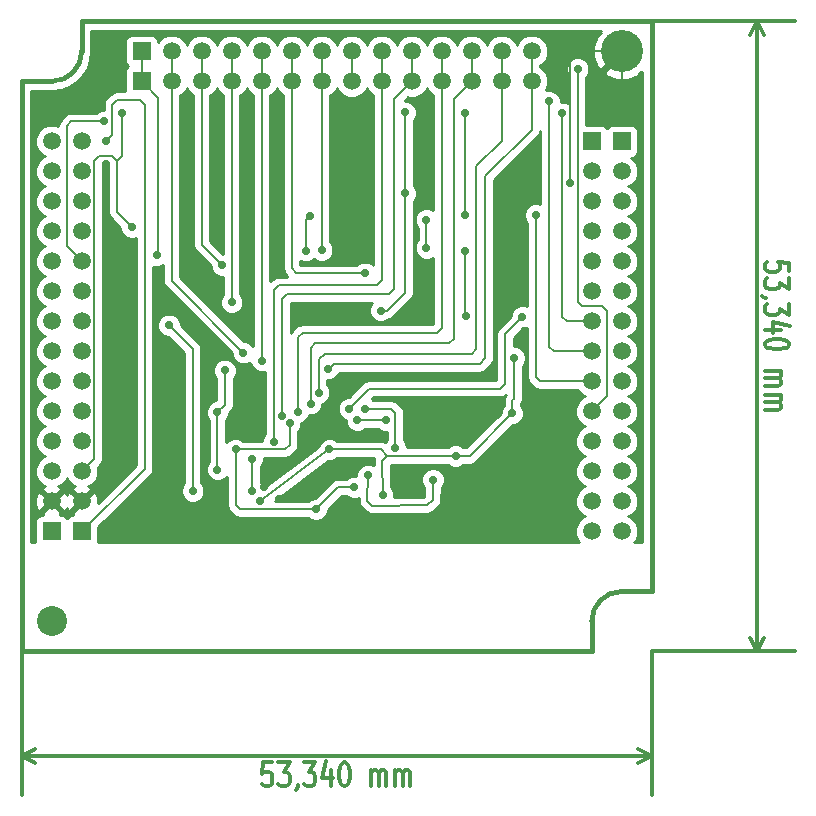
<source format=gbl>
G04 (created by PCBNEW (2013-mar-13)-testing) date Fri 28 Jun 2013 11:02:49 AM CEST*
%MOIN*%
G04 Gerber Fmt 3.4, Leading zero omitted, Abs format*
%FSLAX34Y34*%
G01*
G70*
G90*
G04 APERTURE LIST*
%ADD10C,0.005906*%
%ADD11C,0.015000*%
%ADD12C,0.012000*%
%ADD13C,0.100000*%
%ADD14C,0.140000*%
%ADD15C,0.059100*%
%ADD16R,0.059100X0.059100*%
%ADD17C,0.028000*%
%ADD18C,0.008000*%
%ADD19C,0.010000*%
G04 APERTURE END LIST*
G54D10*
G54D11*
X21000Y-19000D02*
X40000Y-19000D01*
X21000Y-19500D02*
X21000Y-19000D01*
X19000Y-21000D02*
X19500Y-21000D01*
X19000Y-40000D02*
X19000Y-21000D01*
X40000Y-19000D02*
X40000Y-38000D01*
X38000Y-40000D02*
X19000Y-40000D01*
X38000Y-39000D02*
X38000Y-40000D01*
X40000Y-38000D02*
X39000Y-38000D01*
X39000Y-38000D02*
G75*
G03X38000Y-39000I0J-1000D01*
G74*
G01*
X21000Y-19500D02*
X21000Y-20000D01*
X19500Y-21000D02*
X20000Y-21000D01*
X20000Y-21000D02*
G75*
G03X21000Y-20000I0J1000D01*
G74*
G01*
G54D12*
X27328Y-43700D02*
X27042Y-43700D01*
X27014Y-44081D01*
X27042Y-44043D01*
X27099Y-44005D01*
X27242Y-44005D01*
X27299Y-44043D01*
X27328Y-44081D01*
X27357Y-44158D01*
X27357Y-44348D01*
X27328Y-44424D01*
X27299Y-44462D01*
X27242Y-44500D01*
X27099Y-44500D01*
X27042Y-44462D01*
X27014Y-44424D01*
X27557Y-43700D02*
X27928Y-43700D01*
X27728Y-44005D01*
X27814Y-44005D01*
X27871Y-44043D01*
X27899Y-44081D01*
X27928Y-44158D01*
X27928Y-44348D01*
X27899Y-44424D01*
X27871Y-44462D01*
X27814Y-44500D01*
X27642Y-44500D01*
X27585Y-44462D01*
X27557Y-44424D01*
X28214Y-44462D02*
X28214Y-44500D01*
X28185Y-44577D01*
X28157Y-44615D01*
X28414Y-43700D02*
X28785Y-43700D01*
X28585Y-44005D01*
X28671Y-44005D01*
X28728Y-44043D01*
X28757Y-44081D01*
X28785Y-44158D01*
X28785Y-44348D01*
X28757Y-44424D01*
X28728Y-44462D01*
X28671Y-44500D01*
X28500Y-44500D01*
X28442Y-44462D01*
X28414Y-44424D01*
X29300Y-43967D02*
X29300Y-44500D01*
X29157Y-43662D02*
X29014Y-44234D01*
X29385Y-44234D01*
X29728Y-43700D02*
X29785Y-43700D01*
X29842Y-43739D01*
X29871Y-43777D01*
X29900Y-43853D01*
X29928Y-44005D01*
X29928Y-44196D01*
X29900Y-44348D01*
X29871Y-44424D01*
X29842Y-44462D01*
X29785Y-44500D01*
X29728Y-44500D01*
X29671Y-44462D01*
X29642Y-44424D01*
X29614Y-44348D01*
X29585Y-44196D01*
X29585Y-44005D01*
X29614Y-43853D01*
X29642Y-43777D01*
X29671Y-43739D01*
X29728Y-43700D01*
X30642Y-44500D02*
X30642Y-43967D01*
X30642Y-44043D02*
X30671Y-44005D01*
X30728Y-43967D01*
X30814Y-43967D01*
X30871Y-44005D01*
X30900Y-44081D01*
X30900Y-44500D01*
X30900Y-44081D02*
X30928Y-44005D01*
X30985Y-43967D01*
X31071Y-43967D01*
X31128Y-44005D01*
X31157Y-44081D01*
X31157Y-44500D01*
X31442Y-44500D02*
X31442Y-43967D01*
X31442Y-44043D02*
X31471Y-44005D01*
X31528Y-43967D01*
X31614Y-43967D01*
X31671Y-44005D01*
X31700Y-44081D01*
X31700Y-44500D01*
X31700Y-44081D02*
X31728Y-44005D01*
X31785Y-43967D01*
X31871Y-43967D01*
X31928Y-44005D01*
X31957Y-44081D01*
X31957Y-44500D01*
X19000Y-43499D02*
X40000Y-43499D01*
X19000Y-40000D02*
X19000Y-44779D01*
X40000Y-40000D02*
X40000Y-44779D01*
X40000Y-43499D02*
X39557Y-43729D01*
X40000Y-43499D02*
X39557Y-43269D01*
X19000Y-43499D02*
X19443Y-43729D01*
X19000Y-43499D02*
X19443Y-43269D01*
X44577Y-27328D02*
X44577Y-27042D01*
X44196Y-27014D01*
X44234Y-27042D01*
X44272Y-27099D01*
X44272Y-27242D01*
X44234Y-27299D01*
X44196Y-27328D01*
X44119Y-27357D01*
X43929Y-27357D01*
X43853Y-27328D01*
X43815Y-27299D01*
X43777Y-27242D01*
X43777Y-27099D01*
X43815Y-27042D01*
X43853Y-27014D01*
X44577Y-27557D02*
X44577Y-27928D01*
X44272Y-27728D01*
X44272Y-27814D01*
X44234Y-27871D01*
X44196Y-27899D01*
X44119Y-27928D01*
X43929Y-27928D01*
X43853Y-27899D01*
X43815Y-27871D01*
X43777Y-27814D01*
X43777Y-27642D01*
X43815Y-27585D01*
X43853Y-27557D01*
X43815Y-28214D02*
X43777Y-28214D01*
X43700Y-28185D01*
X43662Y-28157D01*
X44577Y-28414D02*
X44577Y-28785D01*
X44272Y-28585D01*
X44272Y-28671D01*
X44234Y-28728D01*
X44196Y-28757D01*
X44119Y-28785D01*
X43929Y-28785D01*
X43853Y-28757D01*
X43815Y-28728D01*
X43777Y-28671D01*
X43777Y-28500D01*
X43815Y-28442D01*
X43853Y-28414D01*
X44310Y-29300D02*
X43777Y-29300D01*
X44615Y-29157D02*
X44043Y-29014D01*
X44043Y-29385D01*
X44577Y-29728D02*
X44577Y-29785D01*
X44539Y-29842D01*
X44500Y-29871D01*
X44424Y-29900D01*
X44272Y-29928D01*
X44081Y-29928D01*
X43929Y-29900D01*
X43853Y-29871D01*
X43815Y-29842D01*
X43777Y-29785D01*
X43777Y-29728D01*
X43815Y-29671D01*
X43853Y-29642D01*
X43929Y-29614D01*
X44081Y-29585D01*
X44272Y-29585D01*
X44424Y-29614D01*
X44500Y-29642D01*
X44539Y-29671D01*
X44577Y-29728D01*
X43777Y-30642D02*
X44310Y-30642D01*
X44234Y-30642D02*
X44272Y-30671D01*
X44310Y-30728D01*
X44310Y-30814D01*
X44272Y-30871D01*
X44196Y-30900D01*
X43777Y-30900D01*
X44196Y-30900D02*
X44272Y-30928D01*
X44310Y-30985D01*
X44310Y-31071D01*
X44272Y-31128D01*
X44196Y-31157D01*
X43777Y-31157D01*
X43777Y-31442D02*
X44310Y-31442D01*
X44234Y-31442D02*
X44272Y-31471D01*
X44310Y-31528D01*
X44310Y-31614D01*
X44272Y-31671D01*
X44196Y-31700D01*
X43777Y-31700D01*
X44196Y-31700D02*
X44272Y-31728D01*
X44310Y-31785D01*
X44310Y-31871D01*
X44272Y-31928D01*
X44196Y-31957D01*
X43777Y-31957D01*
X43499Y-19000D02*
X43499Y-40000D01*
X40000Y-19000D02*
X44779Y-19000D01*
X40000Y-40000D02*
X44779Y-40000D01*
X43499Y-40000D02*
X43269Y-39557D01*
X43499Y-40000D02*
X43729Y-39557D01*
X43499Y-19000D02*
X43269Y-19443D01*
X43499Y-19000D02*
X43729Y-19443D01*
G54D13*
X20000Y-39000D03*
G54D14*
X39000Y-20000D03*
G54D15*
X36000Y-21000D03*
X35000Y-21000D03*
X34000Y-21000D03*
X33000Y-21000D03*
X32000Y-21000D03*
X31000Y-21000D03*
X30000Y-21000D03*
X29000Y-21000D03*
X28000Y-21000D03*
X27000Y-21000D03*
X26000Y-21000D03*
X25000Y-21000D03*
X24000Y-21000D03*
G54D16*
X23000Y-21000D03*
X23000Y-20000D03*
G54D15*
X24000Y-20000D03*
X25000Y-20000D03*
X26000Y-20000D03*
X27000Y-20000D03*
X28000Y-20000D03*
X29000Y-20000D03*
X30000Y-20000D03*
X31000Y-20000D03*
X32000Y-20000D03*
X33000Y-20000D03*
X34000Y-20000D03*
X35000Y-20000D03*
X36000Y-20000D03*
X21000Y-23000D03*
X21000Y-24000D03*
X21000Y-25000D03*
X21000Y-26000D03*
X21000Y-27000D03*
X21000Y-28000D03*
X21000Y-29000D03*
X21000Y-30000D03*
X21000Y-31000D03*
X21000Y-32000D03*
X21000Y-33000D03*
X21000Y-34000D03*
X21000Y-35000D03*
G54D16*
X21000Y-36000D03*
X20000Y-36000D03*
G54D15*
X20000Y-35000D03*
X20000Y-34000D03*
X20000Y-33000D03*
X20000Y-32000D03*
X20000Y-31000D03*
X20000Y-30000D03*
X20000Y-29000D03*
X20000Y-28000D03*
X20000Y-27000D03*
X20000Y-26000D03*
X20000Y-25000D03*
X20000Y-24000D03*
X20000Y-23000D03*
X38000Y-36000D03*
X38000Y-35000D03*
X38000Y-34000D03*
X38000Y-33000D03*
X38000Y-32000D03*
X38000Y-31000D03*
X38000Y-30000D03*
X38000Y-29000D03*
X38000Y-28000D03*
X38000Y-27000D03*
X38000Y-26000D03*
X38000Y-25000D03*
X38000Y-24000D03*
G54D16*
X38000Y-23000D03*
X39000Y-23000D03*
G54D15*
X39000Y-24000D03*
X39000Y-25000D03*
X39000Y-26000D03*
X39000Y-27000D03*
X39000Y-28000D03*
X39000Y-29000D03*
X39000Y-30000D03*
X39000Y-31000D03*
X39000Y-32000D03*
X39000Y-33000D03*
X39000Y-34000D03*
X39000Y-35000D03*
X39000Y-36000D03*
G54D17*
X30970Y-28640D03*
X31771Y-24737D03*
X31771Y-22033D03*
X21808Y-22990D03*
X22673Y-25869D03*
X22329Y-22070D03*
X27000Y-30306D03*
X29260Y-33270D03*
X26950Y-35000D03*
X33464Y-33481D03*
X35354Y-32067D03*
X35417Y-30217D03*
X31030Y-34780D03*
X27415Y-33009D03*
X27675Y-32149D03*
X28204Y-32007D03*
X28632Y-31747D03*
X28900Y-31375D03*
X29200Y-30575D03*
X23500Y-26800D03*
X28490Y-26640D03*
X28600Y-25500D03*
X32490Y-25610D03*
X32490Y-26550D03*
X33790Y-26640D03*
X33800Y-28830D03*
X35688Y-28847D03*
X29924Y-31907D03*
X26391Y-30045D03*
X29000Y-26622D03*
X30444Y-27395D03*
X30444Y-31907D03*
X31459Y-33221D03*
X25691Y-27135D03*
X31137Y-32285D03*
X30184Y-32285D03*
X26000Y-28365D03*
X39000Y-21260D03*
X32050Y-31750D03*
X34525Y-31775D03*
X34625Y-33950D03*
X36950Y-35825D03*
X34600Y-35825D03*
X32125Y-35825D03*
X26525Y-35850D03*
X24325Y-35825D03*
X22175Y-35825D03*
X27590Y-34920D03*
X27090Y-34520D03*
X22290Y-33320D03*
X22290Y-30120D03*
X22280Y-27160D03*
X32310Y-24560D03*
X30050Y-26070D03*
X29730Y-23400D03*
X24470Y-25860D03*
X25490Y-25820D03*
X27460Y-23700D03*
X27520Y-25780D03*
X34845Y-26008D03*
X34845Y-24786D03*
X21808Y-23740D03*
X37271Y-24390D03*
X21808Y-25604D03*
X37011Y-22065D03*
X36571Y-21670D03*
X36131Y-25456D03*
X33765Y-25456D03*
X33765Y-22065D03*
X28812Y-35270D03*
X30084Y-34532D03*
X26131Y-33270D03*
X27935Y-32403D03*
X32712Y-34272D03*
X30532Y-34136D03*
X25526Y-32027D03*
X25771Y-30629D03*
X25526Y-33938D03*
X26675Y-33575D03*
X26675Y-34650D03*
X24701Y-34649D03*
X23913Y-29133D03*
X21758Y-22330D03*
X37531Y-20584D03*
G54D18*
X31771Y-24737D02*
X31771Y-28048D01*
X31180Y-28640D02*
X30970Y-28640D01*
X31771Y-28048D02*
X31180Y-28640D01*
X31771Y-24737D02*
X31771Y-22033D01*
X22018Y-22780D02*
X21808Y-22990D01*
X22018Y-21772D02*
X22018Y-22780D01*
X22179Y-21612D02*
X22018Y-21772D01*
X22934Y-21612D02*
X22179Y-21612D01*
X23094Y-21772D02*
X22934Y-21612D01*
X23094Y-33905D02*
X23094Y-21772D01*
X21000Y-36000D02*
X23094Y-33905D01*
X21415Y-32584D02*
X21415Y-33584D01*
X21415Y-32584D02*
X21415Y-23640D01*
X21415Y-23640D02*
X21575Y-23480D01*
X21575Y-23480D02*
X22008Y-23480D01*
X22169Y-23640D02*
X22008Y-23480D01*
X21415Y-33584D02*
X21000Y-34000D01*
X22329Y-23480D02*
X22329Y-22070D01*
X22169Y-23640D02*
X22329Y-23480D01*
X22169Y-25364D02*
X22169Y-23640D01*
X22673Y-25869D02*
X22169Y-25364D01*
X27000Y-21000D02*
X27000Y-20000D01*
X27000Y-21000D02*
X27000Y-30306D01*
X29260Y-33270D02*
X29250Y-33270D01*
X26950Y-35000D02*
X29250Y-33270D01*
X31025Y-33641D02*
X31030Y-34780D01*
X31185Y-33481D02*
X31025Y-33641D01*
X33464Y-33481D02*
X31185Y-33481D01*
X35417Y-31573D02*
X35417Y-30217D01*
X35354Y-31636D02*
X35417Y-31573D01*
X35354Y-32067D02*
X35354Y-31636D01*
X30973Y-33270D02*
X31185Y-33481D01*
X29260Y-33270D02*
X30973Y-33270D01*
X33940Y-33481D02*
X35354Y-32067D01*
X33464Y-33481D02*
X33940Y-33481D01*
X31000Y-21000D02*
X31000Y-20000D01*
X27415Y-27954D02*
X27415Y-33009D01*
X27575Y-27794D02*
X27415Y-27954D01*
X30839Y-27794D02*
X27575Y-27794D01*
X31000Y-27634D02*
X30839Y-27794D01*
X31000Y-21000D02*
X31000Y-27634D01*
X32000Y-21000D02*
X32000Y-20000D01*
X27675Y-28253D02*
X27675Y-32149D01*
X27835Y-28093D02*
X27675Y-28253D01*
X31255Y-28093D02*
X27835Y-28093D01*
X31415Y-27933D02*
X31255Y-28093D01*
X31415Y-21584D02*
X31415Y-27933D01*
X32000Y-21000D02*
X31415Y-21584D01*
X33000Y-21000D02*
X33000Y-20000D01*
X28204Y-29532D02*
X28204Y-32007D01*
X28364Y-29372D02*
X28204Y-29532D01*
X32839Y-29372D02*
X28364Y-29372D01*
X33000Y-29212D02*
X32839Y-29372D01*
X33000Y-21000D02*
X33000Y-29212D01*
X34000Y-21000D02*
X34000Y-20000D01*
X28632Y-29891D02*
X28632Y-31747D01*
X28792Y-29731D02*
X28632Y-29891D01*
X33255Y-29731D02*
X28792Y-29731D01*
X33415Y-29571D02*
X33255Y-29731D01*
X33415Y-21584D02*
X33415Y-29571D01*
X34000Y-21000D02*
X33415Y-21584D01*
X35000Y-21000D02*
X35000Y-20000D01*
X28900Y-30250D02*
X28900Y-31375D01*
X29100Y-30075D02*
X28900Y-30250D01*
X33998Y-30075D02*
X29100Y-30075D01*
X34158Y-29914D02*
X33998Y-30075D01*
X34158Y-23836D02*
X34158Y-29914D01*
X35000Y-22994D02*
X34158Y-23836D01*
X35000Y-21000D02*
X35000Y-22994D01*
X29400Y-30425D02*
X29200Y-30575D01*
X36000Y-21000D02*
X36000Y-20000D01*
X34275Y-30425D02*
X29400Y-30425D01*
X34450Y-30225D02*
X34275Y-30425D01*
X34451Y-24156D02*
X34450Y-30225D01*
X36000Y-22608D02*
X34451Y-24156D01*
X36000Y-21000D02*
X36000Y-22608D01*
X23540Y-21540D02*
X23000Y-21000D01*
X23540Y-26760D02*
X23540Y-21540D01*
X23500Y-26800D02*
X23540Y-26760D01*
X28490Y-25610D02*
X28490Y-26640D01*
X28600Y-25500D02*
X28490Y-25610D01*
X32490Y-26550D02*
X32490Y-25610D01*
X33790Y-28820D02*
X33790Y-26640D01*
X33800Y-28830D02*
X33790Y-28820D01*
X23000Y-21000D02*
X23000Y-20000D01*
X30590Y-31241D02*
X29924Y-31907D01*
X34945Y-31241D02*
X30590Y-31241D01*
X35105Y-31081D02*
X34945Y-31241D01*
X35105Y-29430D02*
X35105Y-31081D01*
X35688Y-28847D02*
X35105Y-29430D01*
X24000Y-21000D02*
X24000Y-20000D01*
X24000Y-27654D02*
X26391Y-30045D01*
X24000Y-21000D02*
X24000Y-27654D01*
X29000Y-21000D02*
X29000Y-20000D01*
X29000Y-21000D02*
X29000Y-26622D01*
X28000Y-21000D02*
X28000Y-20000D01*
X28160Y-27395D02*
X30444Y-27395D01*
X28000Y-27235D02*
X28160Y-27395D01*
X28000Y-21000D02*
X28000Y-27235D01*
X31459Y-32067D02*
X31459Y-33221D01*
X31299Y-31907D02*
X31459Y-32067D01*
X30444Y-31907D02*
X31299Y-31907D01*
X25000Y-21000D02*
X25000Y-20000D01*
X25000Y-26443D02*
X25691Y-27135D01*
X25000Y-21000D02*
X25000Y-26443D01*
X26000Y-21000D02*
X26000Y-20000D01*
X31137Y-32285D02*
X30184Y-32285D01*
X26000Y-21000D02*
X26000Y-28365D01*
X30000Y-20000D02*
X30000Y-21000D01*
X39000Y-20000D02*
X39000Y-21260D01*
X21000Y-35000D02*
X21808Y-34191D01*
X34600Y-35825D02*
X34600Y-33975D01*
X34500Y-31750D02*
X32050Y-31750D01*
X34525Y-31775D02*
X34500Y-31750D01*
X34600Y-33975D02*
X34625Y-33950D01*
X34600Y-35825D02*
X36950Y-35825D01*
X26550Y-35825D02*
X32125Y-35825D01*
X26525Y-35850D02*
X26550Y-35825D01*
X22175Y-35825D02*
X24325Y-35825D01*
X34845Y-26008D02*
X34845Y-30504D01*
X27600Y-34910D02*
X27600Y-34900D01*
X27590Y-34920D02*
X27600Y-34910D01*
X27090Y-34450D02*
X27090Y-34520D01*
X28530Y-33010D02*
X27090Y-34450D01*
X28530Y-32650D02*
X28530Y-33010D01*
X30310Y-30870D02*
X28530Y-32650D01*
X34480Y-30870D02*
X30310Y-30870D01*
X34845Y-30504D02*
X34480Y-30870D01*
X21808Y-26820D02*
X21940Y-26820D01*
X22290Y-30120D02*
X22290Y-33320D01*
X21940Y-26820D02*
X22280Y-27160D01*
X29720Y-23410D02*
X29710Y-23410D01*
X29730Y-23400D02*
X29720Y-23410D01*
X27460Y-25720D02*
X27460Y-23700D01*
X27520Y-25780D02*
X27460Y-25720D01*
X34845Y-26008D02*
X34845Y-24786D01*
X37431Y-20000D02*
X39000Y-20000D01*
X37271Y-20160D02*
X37431Y-20000D01*
X37271Y-24390D02*
X37271Y-20160D01*
X21808Y-23740D02*
X21808Y-25604D01*
X21808Y-34191D02*
X21808Y-26820D01*
X21808Y-26820D02*
X21808Y-25604D01*
X37011Y-28839D02*
X37011Y-22065D01*
X37171Y-29000D02*
X37011Y-28839D01*
X38000Y-29000D02*
X37171Y-29000D01*
X36571Y-29839D02*
X36571Y-21670D01*
X36731Y-30000D02*
X36571Y-29839D01*
X38000Y-30000D02*
X36731Y-30000D01*
X36131Y-30839D02*
X36131Y-25456D01*
X36291Y-31000D02*
X36131Y-30839D01*
X38000Y-31000D02*
X36291Y-31000D01*
X33765Y-25456D02*
X33765Y-22065D01*
X26131Y-35110D02*
X26131Y-33270D01*
X26291Y-35270D02*
X26131Y-35110D01*
X28812Y-35270D02*
X26291Y-35270D01*
X27935Y-33109D02*
X27935Y-32403D01*
X27775Y-33270D02*
X27935Y-33109D01*
X26131Y-33270D02*
X27775Y-33270D01*
X29550Y-34532D02*
X30084Y-34532D01*
X28812Y-35270D02*
X29550Y-34532D01*
X32712Y-34272D02*
X32700Y-34960D01*
X32700Y-34960D02*
X32520Y-35130D01*
X32520Y-35130D02*
X30690Y-35140D01*
X30690Y-35140D02*
X30520Y-34990D01*
X30520Y-34990D02*
X30532Y-34136D01*
X25771Y-31782D02*
X25771Y-30629D01*
X25526Y-32027D02*
X25771Y-31782D01*
X25526Y-32027D02*
X25526Y-33938D01*
X26675Y-33575D02*
X26675Y-34650D01*
X24701Y-29922D02*
X23913Y-29133D01*
X24701Y-34649D02*
X24701Y-29922D01*
X20660Y-22330D02*
X21758Y-22330D01*
X20500Y-22490D02*
X20660Y-22330D01*
X20500Y-26500D02*
X20500Y-22490D01*
X21000Y-27000D02*
X20500Y-26500D01*
X38500Y-28660D02*
X38339Y-28500D01*
X38500Y-31500D02*
X38500Y-28660D01*
X38000Y-32000D02*
X38500Y-31500D01*
X37531Y-28339D02*
X37531Y-20584D01*
X37691Y-28500D02*
X37531Y-28339D01*
X38339Y-28500D02*
X37691Y-28500D01*
G54D10*
G36*
X25710Y-26743D02*
X25290Y-26323D01*
X25290Y-21470D01*
X25308Y-21462D01*
X25462Y-21309D01*
X25499Y-21218D01*
X25537Y-21308D01*
X25690Y-21462D01*
X25710Y-21470D01*
X25710Y-26743D01*
X25710Y-26743D01*
G37*
G54D19*
X25710Y-26743D02*
X25290Y-26323D01*
X25290Y-21470D01*
X25308Y-21462D01*
X25462Y-21309D01*
X25499Y-21218D01*
X25537Y-21308D01*
X25690Y-21462D01*
X25710Y-21470D01*
X25710Y-26743D01*
G54D10*
G36*
X26710Y-29812D02*
X26612Y-29715D01*
X26469Y-29656D01*
X26411Y-29656D01*
X24290Y-27534D01*
X24290Y-21470D01*
X24308Y-21462D01*
X24462Y-21309D01*
X24499Y-21218D01*
X24537Y-21308D01*
X24690Y-21462D01*
X24710Y-21470D01*
X24710Y-26443D01*
X24732Y-26554D01*
X24794Y-26648D01*
X25301Y-27155D01*
X25301Y-27212D01*
X25360Y-27355D01*
X25470Y-27465D01*
X25613Y-27525D01*
X25710Y-27525D01*
X25710Y-28103D01*
X25669Y-28143D01*
X25610Y-28287D01*
X25609Y-28442D01*
X25669Y-28585D01*
X25778Y-28695D01*
X25922Y-28755D01*
X26077Y-28755D01*
X26220Y-28695D01*
X26330Y-28586D01*
X26389Y-28443D01*
X26390Y-28287D01*
X26330Y-28144D01*
X26290Y-28103D01*
X26290Y-21470D01*
X26308Y-21462D01*
X26462Y-21309D01*
X26499Y-21218D01*
X26537Y-21308D01*
X26690Y-21462D01*
X26710Y-21470D01*
X26710Y-29812D01*
X26710Y-29812D01*
G37*
G54D19*
X26710Y-29812D02*
X26612Y-29715D01*
X26469Y-29656D01*
X26411Y-29656D01*
X24290Y-27534D01*
X24290Y-21470D01*
X24308Y-21462D01*
X24462Y-21309D01*
X24499Y-21218D01*
X24537Y-21308D01*
X24690Y-21462D01*
X24710Y-21470D01*
X24710Y-26443D01*
X24732Y-26554D01*
X24794Y-26648D01*
X25301Y-27155D01*
X25301Y-27212D01*
X25360Y-27355D01*
X25470Y-27465D01*
X25613Y-27525D01*
X25710Y-27525D01*
X25710Y-28103D01*
X25669Y-28143D01*
X25610Y-28287D01*
X25609Y-28442D01*
X25669Y-28585D01*
X25778Y-28695D01*
X25922Y-28755D01*
X26077Y-28755D01*
X26220Y-28695D01*
X26330Y-28586D01*
X26389Y-28443D01*
X26390Y-28287D01*
X26330Y-28144D01*
X26290Y-28103D01*
X26290Y-21470D01*
X26308Y-21462D01*
X26462Y-21309D01*
X26499Y-21218D01*
X26537Y-21308D01*
X26690Y-21462D01*
X26710Y-21470D01*
X26710Y-29812D01*
G54D10*
G36*
X27859Y-27504D02*
X27575Y-27504D01*
X27464Y-27526D01*
X27370Y-27589D01*
X27290Y-27669D01*
X27290Y-21470D01*
X27308Y-21462D01*
X27462Y-21309D01*
X27499Y-21218D01*
X27537Y-21308D01*
X27690Y-21462D01*
X27710Y-21470D01*
X27710Y-27235D01*
X27732Y-27346D01*
X27794Y-27440D01*
X27859Y-27504D01*
X27859Y-27504D01*
G37*
G54D19*
X27859Y-27504D02*
X27575Y-27504D01*
X27464Y-27526D01*
X27370Y-27589D01*
X27290Y-27669D01*
X27290Y-21470D01*
X27308Y-21462D01*
X27462Y-21309D01*
X27499Y-21218D01*
X27537Y-21308D01*
X27690Y-21462D01*
X27710Y-21470D01*
X27710Y-27235D01*
X27732Y-27346D01*
X27794Y-27440D01*
X27859Y-27504D01*
G54D10*
G36*
X30710Y-27109D02*
X30665Y-27064D01*
X30522Y-27005D01*
X30366Y-27005D01*
X30223Y-27064D01*
X30182Y-27105D01*
X28290Y-27105D01*
X28290Y-26979D01*
X28412Y-27029D01*
X28567Y-27030D01*
X28710Y-26970D01*
X28753Y-26927D01*
X28778Y-26953D01*
X28922Y-27012D01*
X29077Y-27012D01*
X29220Y-26953D01*
X29330Y-26844D01*
X29389Y-26700D01*
X29390Y-26545D01*
X29330Y-26402D01*
X29290Y-26361D01*
X29290Y-21470D01*
X29308Y-21462D01*
X29462Y-21309D01*
X29499Y-21218D01*
X29537Y-21308D01*
X29690Y-21462D01*
X29891Y-21545D01*
X30108Y-21545D01*
X30308Y-21462D01*
X30462Y-21309D01*
X30499Y-21218D01*
X30537Y-21308D01*
X30690Y-21462D01*
X30710Y-21470D01*
X30710Y-27109D01*
X30710Y-27109D01*
G37*
G54D19*
X30710Y-27109D02*
X30665Y-27064D01*
X30522Y-27005D01*
X30366Y-27005D01*
X30223Y-27064D01*
X30182Y-27105D01*
X28290Y-27105D01*
X28290Y-26979D01*
X28412Y-27029D01*
X28567Y-27030D01*
X28710Y-26970D01*
X28753Y-26927D01*
X28778Y-26953D01*
X28922Y-27012D01*
X29077Y-27012D01*
X29220Y-26953D01*
X29330Y-26844D01*
X29389Y-26700D01*
X29390Y-26545D01*
X29330Y-26402D01*
X29290Y-26361D01*
X29290Y-21470D01*
X29308Y-21462D01*
X29462Y-21309D01*
X29499Y-21218D01*
X29537Y-21308D01*
X29690Y-21462D01*
X29891Y-21545D01*
X30108Y-21545D01*
X30308Y-21462D01*
X30462Y-21309D01*
X30499Y-21218D01*
X30537Y-21308D01*
X30690Y-21462D01*
X30710Y-21470D01*
X30710Y-27109D01*
G54D10*
G36*
X30751Y-33560D02*
X30745Y-33587D01*
X30735Y-33641D01*
X30735Y-33642D01*
X30735Y-33643D01*
X30735Y-33798D01*
X30609Y-33746D01*
X30454Y-33745D01*
X30311Y-33805D01*
X30201Y-33914D01*
X30142Y-34058D01*
X30142Y-34142D01*
X30006Y-34141D01*
X29863Y-34201D01*
X29822Y-34242D01*
X29550Y-34242D01*
X29439Y-34264D01*
X29345Y-34326D01*
X28792Y-34880D01*
X28735Y-34879D01*
X28592Y-34939D01*
X28551Y-34980D01*
X27458Y-34980D01*
X29213Y-33659D01*
X29337Y-33660D01*
X29480Y-33600D01*
X29521Y-33560D01*
X30751Y-33560D01*
X30751Y-33560D01*
G37*
G54D19*
X30751Y-33560D02*
X30745Y-33587D01*
X30735Y-33641D01*
X30735Y-33642D01*
X30735Y-33643D01*
X30735Y-33798D01*
X30609Y-33746D01*
X30454Y-33745D01*
X30311Y-33805D01*
X30201Y-33914D01*
X30142Y-34058D01*
X30142Y-34142D01*
X30006Y-34141D01*
X29863Y-34201D01*
X29822Y-34242D01*
X29550Y-34242D01*
X29439Y-34264D01*
X29345Y-34326D01*
X28792Y-34880D01*
X28735Y-34879D01*
X28592Y-34939D01*
X28551Y-34980D01*
X27458Y-34980D01*
X29213Y-33659D01*
X29337Y-33660D01*
X29480Y-33600D01*
X29521Y-33560D01*
X30751Y-33560D01*
G54D10*
G36*
X32710Y-29082D02*
X28364Y-29082D01*
X28253Y-29104D01*
X28159Y-29167D01*
X27999Y-29327D01*
X27965Y-29377D01*
X27965Y-28383D01*
X30675Y-28383D01*
X30639Y-28418D01*
X30580Y-28562D01*
X30579Y-28717D01*
X30639Y-28860D01*
X30748Y-28970D01*
X30892Y-29029D01*
X31047Y-29030D01*
X31190Y-28970D01*
X31244Y-28917D01*
X31290Y-28907D01*
X31385Y-28845D01*
X31976Y-28253D01*
X32039Y-28159D01*
X32039Y-28159D01*
X32061Y-28048D01*
X32061Y-24999D01*
X32101Y-24959D01*
X32161Y-24815D01*
X32161Y-24660D01*
X32102Y-24517D01*
X32061Y-24476D01*
X32061Y-22294D01*
X32101Y-22254D01*
X32161Y-22111D01*
X32161Y-21956D01*
X32102Y-21812D01*
X31992Y-21702D01*
X31849Y-21643D01*
X31766Y-21643D01*
X31872Y-21537D01*
X31891Y-21545D01*
X32108Y-21545D01*
X32308Y-21462D01*
X32462Y-21309D01*
X32499Y-21218D01*
X32537Y-21308D01*
X32690Y-21462D01*
X32710Y-21470D01*
X32710Y-25279D01*
X32567Y-25220D01*
X32412Y-25219D01*
X32269Y-25279D01*
X32159Y-25388D01*
X32100Y-25532D01*
X32099Y-25687D01*
X32159Y-25830D01*
X32200Y-25871D01*
X32200Y-26288D01*
X32159Y-26328D01*
X32100Y-26472D01*
X32099Y-26627D01*
X32159Y-26770D01*
X32268Y-26880D01*
X32412Y-26939D01*
X32567Y-26940D01*
X32710Y-26881D01*
X32710Y-29082D01*
X32710Y-29082D01*
G37*
G54D19*
X32710Y-29082D02*
X28364Y-29082D01*
X28253Y-29104D01*
X28159Y-29167D01*
X27999Y-29327D01*
X27965Y-29377D01*
X27965Y-28383D01*
X30675Y-28383D01*
X30639Y-28418D01*
X30580Y-28562D01*
X30579Y-28717D01*
X30639Y-28860D01*
X30748Y-28970D01*
X30892Y-29029D01*
X31047Y-29030D01*
X31190Y-28970D01*
X31244Y-28917D01*
X31290Y-28907D01*
X31385Y-28845D01*
X31976Y-28253D01*
X32039Y-28159D01*
X32039Y-28159D01*
X32061Y-28048D01*
X32061Y-24999D01*
X32101Y-24959D01*
X32161Y-24815D01*
X32161Y-24660D01*
X32102Y-24517D01*
X32061Y-24476D01*
X32061Y-22294D01*
X32101Y-22254D01*
X32161Y-22111D01*
X32161Y-21956D01*
X32102Y-21812D01*
X31992Y-21702D01*
X31849Y-21643D01*
X31766Y-21643D01*
X31872Y-21537D01*
X31891Y-21545D01*
X32108Y-21545D01*
X32308Y-21462D01*
X32462Y-21309D01*
X32499Y-21218D01*
X32537Y-21308D01*
X32690Y-21462D01*
X32710Y-21470D01*
X32710Y-25279D01*
X32567Y-25220D01*
X32412Y-25219D01*
X32269Y-25279D01*
X32159Y-25388D01*
X32100Y-25532D01*
X32099Y-25687D01*
X32159Y-25830D01*
X32200Y-25871D01*
X32200Y-26288D01*
X32159Y-26328D01*
X32100Y-26472D01*
X32099Y-26627D01*
X32159Y-26770D01*
X32268Y-26880D01*
X32412Y-26939D01*
X32567Y-26940D01*
X32710Y-26881D01*
X32710Y-29082D01*
G54D10*
G36*
X35127Y-31463D02*
X35086Y-31525D01*
X35064Y-31636D01*
X35064Y-31806D01*
X35023Y-31846D01*
X34964Y-31989D01*
X34964Y-32047D01*
X33819Y-33191D01*
X33726Y-33191D01*
X33685Y-33151D01*
X33542Y-33091D01*
X33387Y-33091D01*
X33243Y-33151D01*
X33203Y-33191D01*
X31849Y-33191D01*
X31849Y-33144D01*
X31790Y-33001D01*
X31749Y-32960D01*
X31749Y-32067D01*
X31727Y-31957D01*
X31727Y-31957D01*
X31664Y-31862D01*
X31504Y-31702D01*
X31410Y-31640D01*
X31299Y-31617D01*
X30705Y-31617D01*
X30665Y-31577D01*
X30664Y-31577D01*
X30710Y-31531D01*
X34945Y-31531D01*
X35056Y-31509D01*
X35127Y-31462D01*
X35127Y-31463D01*
X35127Y-31463D01*
G37*
G54D19*
X35127Y-31463D02*
X35086Y-31525D01*
X35064Y-31636D01*
X35064Y-31806D01*
X35023Y-31846D01*
X34964Y-31989D01*
X34964Y-32047D01*
X33819Y-33191D01*
X33726Y-33191D01*
X33685Y-33151D01*
X33542Y-33091D01*
X33387Y-33091D01*
X33243Y-33151D01*
X33203Y-33191D01*
X31849Y-33191D01*
X31849Y-33144D01*
X31790Y-33001D01*
X31749Y-32960D01*
X31749Y-32067D01*
X31727Y-31957D01*
X31727Y-31957D01*
X31664Y-31862D01*
X31504Y-31702D01*
X31410Y-31640D01*
X31299Y-31617D01*
X30705Y-31617D01*
X30665Y-31577D01*
X30664Y-31577D01*
X30710Y-31531D01*
X34945Y-31531D01*
X35056Y-31509D01*
X35127Y-31462D01*
X35127Y-31463D01*
G54D10*
G36*
X36281Y-25096D02*
X36208Y-25066D01*
X36053Y-25066D01*
X35910Y-25125D01*
X35800Y-25235D01*
X35741Y-25378D01*
X35740Y-25533D01*
X35800Y-25677D01*
X35841Y-25718D01*
X35841Y-28489D01*
X35765Y-28457D01*
X35610Y-28457D01*
X35467Y-28517D01*
X35357Y-28626D01*
X35298Y-28769D01*
X35298Y-28827D01*
X34900Y-29225D01*
X34837Y-29319D01*
X34815Y-29430D01*
X34815Y-30951D01*
X30590Y-30951D01*
X30479Y-30973D01*
X30385Y-31036D01*
X29903Y-31517D01*
X29846Y-31517D01*
X29703Y-31577D01*
X29593Y-31686D01*
X29534Y-31830D01*
X29533Y-31985D01*
X29593Y-32128D01*
X29702Y-32238D01*
X29794Y-32276D01*
X29794Y-32363D01*
X29853Y-32506D01*
X29962Y-32616D01*
X30106Y-32675D01*
X30261Y-32676D01*
X30404Y-32616D01*
X30445Y-32575D01*
X30875Y-32575D01*
X30916Y-32616D01*
X31059Y-32675D01*
X31169Y-32676D01*
X31169Y-32960D01*
X31129Y-33000D01*
X31119Y-33025D01*
X31084Y-33002D01*
X30973Y-32980D01*
X29521Y-32980D01*
X29481Y-32939D01*
X29337Y-32880D01*
X29182Y-32879D01*
X29039Y-32939D01*
X28929Y-33048D01*
X28870Y-33192D01*
X28870Y-33192D01*
X27058Y-34555D01*
X27005Y-34429D01*
X26965Y-34388D01*
X26965Y-33836D01*
X27005Y-33796D01*
X27064Y-33652D01*
X27065Y-33560D01*
X27775Y-33560D01*
X27886Y-33537D01*
X27980Y-33475D01*
X28140Y-33315D01*
X28203Y-33220D01*
X28203Y-33220D01*
X28225Y-33109D01*
X28225Y-32665D01*
X28266Y-32625D01*
X28325Y-32481D01*
X28325Y-32379D01*
X28424Y-32338D01*
X28534Y-32229D01*
X28572Y-32137D01*
X28709Y-32137D01*
X28853Y-32078D01*
X28963Y-31969D01*
X29022Y-31825D01*
X29022Y-31746D01*
X29120Y-31705D01*
X29230Y-31596D01*
X29289Y-31452D01*
X29290Y-31297D01*
X29230Y-31154D01*
X29190Y-31113D01*
X29190Y-30964D01*
X29277Y-30965D01*
X29420Y-30905D01*
X29530Y-30796D01*
X29564Y-30715D01*
X34275Y-30715D01*
X34284Y-30713D01*
X34294Y-30714D01*
X34339Y-30702D01*
X34385Y-30692D01*
X34394Y-30687D01*
X34403Y-30684D01*
X34440Y-30656D01*
X34480Y-30630D01*
X34485Y-30621D01*
X34493Y-30615D01*
X34668Y-30415D01*
X34691Y-30375D01*
X34717Y-30336D01*
X34719Y-30326D01*
X34724Y-30317D01*
X34730Y-30271D01*
X34740Y-30225D01*
X34741Y-24276D01*
X36205Y-22813D01*
X36267Y-22719D01*
X36267Y-22719D01*
X36281Y-22653D01*
X36281Y-25096D01*
X36281Y-25096D01*
G37*
G54D19*
X36281Y-25096D02*
X36208Y-25066D01*
X36053Y-25066D01*
X35910Y-25125D01*
X35800Y-25235D01*
X35741Y-25378D01*
X35740Y-25533D01*
X35800Y-25677D01*
X35841Y-25718D01*
X35841Y-28489D01*
X35765Y-28457D01*
X35610Y-28457D01*
X35467Y-28517D01*
X35357Y-28626D01*
X35298Y-28769D01*
X35298Y-28827D01*
X34900Y-29225D01*
X34837Y-29319D01*
X34815Y-29430D01*
X34815Y-30951D01*
X30590Y-30951D01*
X30479Y-30973D01*
X30385Y-31036D01*
X29903Y-31517D01*
X29846Y-31517D01*
X29703Y-31577D01*
X29593Y-31686D01*
X29534Y-31830D01*
X29533Y-31985D01*
X29593Y-32128D01*
X29702Y-32238D01*
X29794Y-32276D01*
X29794Y-32363D01*
X29853Y-32506D01*
X29962Y-32616D01*
X30106Y-32675D01*
X30261Y-32676D01*
X30404Y-32616D01*
X30445Y-32575D01*
X30875Y-32575D01*
X30916Y-32616D01*
X31059Y-32675D01*
X31169Y-32676D01*
X31169Y-32960D01*
X31129Y-33000D01*
X31119Y-33025D01*
X31084Y-33002D01*
X30973Y-32980D01*
X29521Y-32980D01*
X29481Y-32939D01*
X29337Y-32880D01*
X29182Y-32879D01*
X29039Y-32939D01*
X28929Y-33048D01*
X28870Y-33192D01*
X28870Y-33192D01*
X27058Y-34555D01*
X27005Y-34429D01*
X26965Y-34388D01*
X26965Y-33836D01*
X27005Y-33796D01*
X27064Y-33652D01*
X27065Y-33560D01*
X27775Y-33560D01*
X27886Y-33537D01*
X27980Y-33475D01*
X28140Y-33315D01*
X28203Y-33220D01*
X28203Y-33220D01*
X28225Y-33109D01*
X28225Y-32665D01*
X28266Y-32625D01*
X28325Y-32481D01*
X28325Y-32379D01*
X28424Y-32338D01*
X28534Y-32229D01*
X28572Y-32137D01*
X28709Y-32137D01*
X28853Y-32078D01*
X28963Y-31969D01*
X29022Y-31825D01*
X29022Y-31746D01*
X29120Y-31705D01*
X29230Y-31596D01*
X29289Y-31452D01*
X29290Y-31297D01*
X29230Y-31154D01*
X29190Y-31113D01*
X29190Y-30964D01*
X29277Y-30965D01*
X29420Y-30905D01*
X29530Y-30796D01*
X29564Y-30715D01*
X34275Y-30715D01*
X34284Y-30713D01*
X34294Y-30714D01*
X34339Y-30702D01*
X34385Y-30692D01*
X34394Y-30687D01*
X34403Y-30684D01*
X34440Y-30656D01*
X34480Y-30630D01*
X34485Y-30621D01*
X34493Y-30615D01*
X34668Y-30415D01*
X34691Y-30375D01*
X34717Y-30336D01*
X34719Y-30326D01*
X34724Y-30317D01*
X34730Y-30271D01*
X34740Y-30225D01*
X34741Y-24276D01*
X36205Y-22813D01*
X36267Y-22719D01*
X36267Y-22719D01*
X36281Y-22653D01*
X36281Y-25096D01*
G54D10*
G36*
X37781Y-35499D02*
X37691Y-35537D01*
X37537Y-35690D01*
X37454Y-35891D01*
X37454Y-36108D01*
X37537Y-36308D01*
X37578Y-36350D01*
X25091Y-36350D01*
X25091Y-34572D01*
X25032Y-34429D01*
X24991Y-34388D01*
X24991Y-29922D01*
X24991Y-29922D01*
X24991Y-29922D01*
X24980Y-29866D01*
X24969Y-29811D01*
X24969Y-29811D01*
X24969Y-29811D01*
X24938Y-29763D01*
X24906Y-29717D01*
X24906Y-29717D01*
X24906Y-29717D01*
X24303Y-29113D01*
X24303Y-29056D01*
X24244Y-28913D01*
X24134Y-28803D01*
X23991Y-28743D01*
X23836Y-28743D01*
X23692Y-28803D01*
X23583Y-28912D01*
X23523Y-29055D01*
X23523Y-29211D01*
X23582Y-29354D01*
X23692Y-29464D01*
X23835Y-29523D01*
X23893Y-29523D01*
X24411Y-30042D01*
X24411Y-34388D01*
X24371Y-34428D01*
X24311Y-34572D01*
X24311Y-34727D01*
X24370Y-34870D01*
X24480Y-34980D01*
X24623Y-35039D01*
X24779Y-35040D01*
X24922Y-34980D01*
X25032Y-34871D01*
X25091Y-34727D01*
X25091Y-34572D01*
X25091Y-36350D01*
X21543Y-36350D01*
X21545Y-36345D01*
X21545Y-36245D01*
X21545Y-35864D01*
X23299Y-34110D01*
X23362Y-34016D01*
X23384Y-33905D01*
X23384Y-27174D01*
X23422Y-27189D01*
X23577Y-27190D01*
X23710Y-27135D01*
X23710Y-27654D01*
X23710Y-27654D01*
X23710Y-27654D01*
X23721Y-27714D01*
X23732Y-27765D01*
X23732Y-27765D01*
X23732Y-27765D01*
X23763Y-27812D01*
X23794Y-27859D01*
X23794Y-27859D01*
X23794Y-27859D01*
X26001Y-30066D01*
X26001Y-30123D01*
X26060Y-30266D01*
X26170Y-30376D01*
X26313Y-30435D01*
X26468Y-30436D01*
X26609Y-30377D01*
X26609Y-30383D01*
X26669Y-30526D01*
X26778Y-30636D01*
X26922Y-30695D01*
X27077Y-30696D01*
X27125Y-30676D01*
X27125Y-32748D01*
X27085Y-32788D01*
X27025Y-32932D01*
X27025Y-32980D01*
X26393Y-32980D01*
X26352Y-32939D01*
X26209Y-32880D01*
X26054Y-32879D01*
X25910Y-32939D01*
X25816Y-33033D01*
X25816Y-32289D01*
X25856Y-32249D01*
X25916Y-32105D01*
X25916Y-32048D01*
X25976Y-31987D01*
X26039Y-31893D01*
X26039Y-31893D01*
X26061Y-31782D01*
X26061Y-30891D01*
X26102Y-30851D01*
X26161Y-30707D01*
X26161Y-30552D01*
X26102Y-30409D01*
X25992Y-30299D01*
X25849Y-30239D01*
X25694Y-30239D01*
X25550Y-30299D01*
X25441Y-30408D01*
X25381Y-30551D01*
X25381Y-30707D01*
X25440Y-30850D01*
X25481Y-30891D01*
X25481Y-31637D01*
X25449Y-31637D01*
X25305Y-31697D01*
X25195Y-31806D01*
X25136Y-31950D01*
X25136Y-32105D01*
X25195Y-32248D01*
X25236Y-32289D01*
X25236Y-33676D01*
X25195Y-33717D01*
X25136Y-33860D01*
X25136Y-34015D01*
X25195Y-34158D01*
X25305Y-34268D01*
X25448Y-34328D01*
X25603Y-34328D01*
X25746Y-34269D01*
X25841Y-34174D01*
X25841Y-35110D01*
X25863Y-35220D01*
X25926Y-35315D01*
X26086Y-35475D01*
X26180Y-35537D01*
X26180Y-35537D01*
X26291Y-35560D01*
X28551Y-35560D01*
X28591Y-35600D01*
X28735Y-35659D01*
X28890Y-35660D01*
X29033Y-35600D01*
X29143Y-35491D01*
X29202Y-35347D01*
X29202Y-35290D01*
X29671Y-34822D01*
X29822Y-34822D01*
X29862Y-34862D01*
X30006Y-34921D01*
X30161Y-34922D01*
X30231Y-34893D01*
X30230Y-34985D01*
X30232Y-34996D01*
X30230Y-35008D01*
X30242Y-35052D01*
X30250Y-35097D01*
X30256Y-35106D01*
X30259Y-35117D01*
X30287Y-35153D01*
X30312Y-35192D01*
X30321Y-35198D01*
X30328Y-35207D01*
X30498Y-35357D01*
X30540Y-35381D01*
X30580Y-35408D01*
X30588Y-35410D01*
X30595Y-35414D01*
X30643Y-35420D01*
X30691Y-35429D01*
X32521Y-35419D01*
X32572Y-35409D01*
X32623Y-35400D01*
X32627Y-35398D01*
X32632Y-35397D01*
X32675Y-35368D01*
X32719Y-35340D01*
X32899Y-35170D01*
X32899Y-35169D01*
X32901Y-35168D01*
X32932Y-35123D01*
X32964Y-35078D01*
X32964Y-35077D01*
X32965Y-35075D01*
X32977Y-35022D01*
X32989Y-34968D01*
X32989Y-34966D01*
X32989Y-34965D01*
X32997Y-34538D01*
X33043Y-34493D01*
X33102Y-34349D01*
X33102Y-34194D01*
X33043Y-34051D01*
X32933Y-33941D01*
X32790Y-33882D01*
X32635Y-33881D01*
X32492Y-33941D01*
X32382Y-34050D01*
X32322Y-34194D01*
X32322Y-34349D01*
X32381Y-34492D01*
X32417Y-34528D01*
X32412Y-34832D01*
X32404Y-34840D01*
X31419Y-34846D01*
X31420Y-34702D01*
X31360Y-34559D01*
X31318Y-34517D01*
X31315Y-33771D01*
X33202Y-33771D01*
X33243Y-33812D01*
X33386Y-33871D01*
X33541Y-33871D01*
X33685Y-33812D01*
X33726Y-33771D01*
X33940Y-33771D01*
X34050Y-33749D01*
X34145Y-33686D01*
X35374Y-32457D01*
X35431Y-32457D01*
X35574Y-32398D01*
X35684Y-32289D01*
X35743Y-32145D01*
X35744Y-31990D01*
X35684Y-31847D01*
X35644Y-31806D01*
X35644Y-31745D01*
X35684Y-31684D01*
X35684Y-31684D01*
X35707Y-31573D01*
X35707Y-30479D01*
X35747Y-30439D01*
X35806Y-30295D01*
X35807Y-30140D01*
X35747Y-29997D01*
X35638Y-29887D01*
X35494Y-29828D01*
X35395Y-29827D01*
X35395Y-29550D01*
X35708Y-29237D01*
X35765Y-29237D01*
X35841Y-29206D01*
X35841Y-30839D01*
X35863Y-30950D01*
X35926Y-31045D01*
X36086Y-31205D01*
X36180Y-31267D01*
X36180Y-31267D01*
X36291Y-31290D01*
X37529Y-31290D01*
X37537Y-31308D01*
X37690Y-31462D01*
X37781Y-31499D01*
X37691Y-31537D01*
X37537Y-31690D01*
X37454Y-31891D01*
X37454Y-32108D01*
X37537Y-32308D01*
X37690Y-32462D01*
X37781Y-32499D01*
X37691Y-32537D01*
X37537Y-32690D01*
X37454Y-32891D01*
X37454Y-33108D01*
X37537Y-33308D01*
X37690Y-33462D01*
X37781Y-33499D01*
X37691Y-33537D01*
X37537Y-33690D01*
X37454Y-33891D01*
X37454Y-34108D01*
X37537Y-34308D01*
X37690Y-34462D01*
X37781Y-34499D01*
X37691Y-34537D01*
X37537Y-34690D01*
X37454Y-34891D01*
X37454Y-35108D01*
X37537Y-35308D01*
X37690Y-35462D01*
X37781Y-35499D01*
X37781Y-35499D01*
G37*
G54D19*
X37781Y-35499D02*
X37691Y-35537D01*
X37537Y-35690D01*
X37454Y-35891D01*
X37454Y-36108D01*
X37537Y-36308D01*
X37578Y-36350D01*
X25091Y-36350D01*
X25091Y-34572D01*
X25032Y-34429D01*
X24991Y-34388D01*
X24991Y-29922D01*
X24991Y-29922D01*
X24991Y-29922D01*
X24980Y-29866D01*
X24969Y-29811D01*
X24969Y-29811D01*
X24969Y-29811D01*
X24938Y-29763D01*
X24906Y-29717D01*
X24906Y-29717D01*
X24906Y-29717D01*
X24303Y-29113D01*
X24303Y-29056D01*
X24244Y-28913D01*
X24134Y-28803D01*
X23991Y-28743D01*
X23836Y-28743D01*
X23692Y-28803D01*
X23583Y-28912D01*
X23523Y-29055D01*
X23523Y-29211D01*
X23582Y-29354D01*
X23692Y-29464D01*
X23835Y-29523D01*
X23893Y-29523D01*
X24411Y-30042D01*
X24411Y-34388D01*
X24371Y-34428D01*
X24311Y-34572D01*
X24311Y-34727D01*
X24370Y-34870D01*
X24480Y-34980D01*
X24623Y-35039D01*
X24779Y-35040D01*
X24922Y-34980D01*
X25032Y-34871D01*
X25091Y-34727D01*
X25091Y-34572D01*
X25091Y-36350D01*
X21543Y-36350D01*
X21545Y-36345D01*
X21545Y-36245D01*
X21545Y-35864D01*
X23299Y-34110D01*
X23362Y-34016D01*
X23384Y-33905D01*
X23384Y-27174D01*
X23422Y-27189D01*
X23577Y-27190D01*
X23710Y-27135D01*
X23710Y-27654D01*
X23710Y-27654D01*
X23710Y-27654D01*
X23721Y-27714D01*
X23732Y-27765D01*
X23732Y-27765D01*
X23732Y-27765D01*
X23763Y-27812D01*
X23794Y-27859D01*
X23794Y-27859D01*
X23794Y-27859D01*
X26001Y-30066D01*
X26001Y-30123D01*
X26060Y-30266D01*
X26170Y-30376D01*
X26313Y-30435D01*
X26468Y-30436D01*
X26609Y-30377D01*
X26609Y-30383D01*
X26669Y-30526D01*
X26778Y-30636D01*
X26922Y-30695D01*
X27077Y-30696D01*
X27125Y-30676D01*
X27125Y-32748D01*
X27085Y-32788D01*
X27025Y-32932D01*
X27025Y-32980D01*
X26393Y-32980D01*
X26352Y-32939D01*
X26209Y-32880D01*
X26054Y-32879D01*
X25910Y-32939D01*
X25816Y-33033D01*
X25816Y-32289D01*
X25856Y-32249D01*
X25916Y-32105D01*
X25916Y-32048D01*
X25976Y-31987D01*
X26039Y-31893D01*
X26039Y-31893D01*
X26061Y-31782D01*
X26061Y-30891D01*
X26102Y-30851D01*
X26161Y-30707D01*
X26161Y-30552D01*
X26102Y-30409D01*
X25992Y-30299D01*
X25849Y-30239D01*
X25694Y-30239D01*
X25550Y-30299D01*
X25441Y-30408D01*
X25381Y-30551D01*
X25381Y-30707D01*
X25440Y-30850D01*
X25481Y-30891D01*
X25481Y-31637D01*
X25449Y-31637D01*
X25305Y-31697D01*
X25195Y-31806D01*
X25136Y-31950D01*
X25136Y-32105D01*
X25195Y-32248D01*
X25236Y-32289D01*
X25236Y-33676D01*
X25195Y-33717D01*
X25136Y-33860D01*
X25136Y-34015D01*
X25195Y-34158D01*
X25305Y-34268D01*
X25448Y-34328D01*
X25603Y-34328D01*
X25746Y-34269D01*
X25841Y-34174D01*
X25841Y-35110D01*
X25863Y-35220D01*
X25926Y-35315D01*
X26086Y-35475D01*
X26180Y-35537D01*
X26180Y-35537D01*
X26291Y-35560D01*
X28551Y-35560D01*
X28591Y-35600D01*
X28735Y-35659D01*
X28890Y-35660D01*
X29033Y-35600D01*
X29143Y-35491D01*
X29202Y-35347D01*
X29202Y-35290D01*
X29671Y-34822D01*
X29822Y-34822D01*
X29862Y-34862D01*
X30006Y-34921D01*
X30161Y-34922D01*
X30231Y-34893D01*
X30230Y-34985D01*
X30232Y-34996D01*
X30230Y-35008D01*
X30242Y-35052D01*
X30250Y-35097D01*
X30256Y-35106D01*
X30259Y-35117D01*
X30287Y-35153D01*
X30312Y-35192D01*
X30321Y-35198D01*
X30328Y-35207D01*
X30498Y-35357D01*
X30540Y-35381D01*
X30580Y-35408D01*
X30588Y-35410D01*
X30595Y-35414D01*
X30643Y-35420D01*
X30691Y-35429D01*
X32521Y-35419D01*
X32572Y-35409D01*
X32623Y-35400D01*
X32627Y-35398D01*
X32632Y-35397D01*
X32675Y-35368D01*
X32719Y-35340D01*
X32899Y-35170D01*
X32899Y-35169D01*
X32901Y-35168D01*
X32932Y-35123D01*
X32964Y-35078D01*
X32964Y-35077D01*
X32965Y-35075D01*
X32977Y-35022D01*
X32989Y-34968D01*
X32989Y-34966D01*
X32989Y-34965D01*
X32997Y-34538D01*
X33043Y-34493D01*
X33102Y-34349D01*
X33102Y-34194D01*
X33043Y-34051D01*
X32933Y-33941D01*
X32790Y-33882D01*
X32635Y-33881D01*
X32492Y-33941D01*
X32382Y-34050D01*
X32322Y-34194D01*
X32322Y-34349D01*
X32381Y-34492D01*
X32417Y-34528D01*
X32412Y-34832D01*
X32404Y-34840D01*
X31419Y-34846D01*
X31420Y-34702D01*
X31360Y-34559D01*
X31318Y-34517D01*
X31315Y-33771D01*
X33202Y-33771D01*
X33243Y-33812D01*
X33386Y-33871D01*
X33541Y-33871D01*
X33685Y-33812D01*
X33726Y-33771D01*
X33940Y-33771D01*
X34050Y-33749D01*
X34145Y-33686D01*
X35374Y-32457D01*
X35431Y-32457D01*
X35574Y-32398D01*
X35684Y-32289D01*
X35743Y-32145D01*
X35744Y-31990D01*
X35684Y-31847D01*
X35644Y-31806D01*
X35644Y-31745D01*
X35684Y-31684D01*
X35684Y-31684D01*
X35707Y-31573D01*
X35707Y-30479D01*
X35747Y-30439D01*
X35806Y-30295D01*
X35807Y-30140D01*
X35747Y-29997D01*
X35638Y-29887D01*
X35494Y-29828D01*
X35395Y-29827D01*
X35395Y-29550D01*
X35708Y-29237D01*
X35765Y-29237D01*
X35841Y-29206D01*
X35841Y-30839D01*
X35863Y-30950D01*
X35926Y-31045D01*
X36086Y-31205D01*
X36180Y-31267D01*
X36180Y-31267D01*
X36291Y-31290D01*
X37529Y-31290D01*
X37537Y-31308D01*
X37690Y-31462D01*
X37781Y-31499D01*
X37691Y-31537D01*
X37537Y-31690D01*
X37454Y-31891D01*
X37454Y-32108D01*
X37537Y-32308D01*
X37690Y-32462D01*
X37781Y-32499D01*
X37691Y-32537D01*
X37537Y-32690D01*
X37454Y-32891D01*
X37454Y-33108D01*
X37537Y-33308D01*
X37690Y-33462D01*
X37781Y-33499D01*
X37691Y-33537D01*
X37537Y-33690D01*
X37454Y-33891D01*
X37454Y-34108D01*
X37537Y-34308D01*
X37690Y-34462D01*
X37781Y-34499D01*
X37691Y-34537D01*
X37537Y-34690D01*
X37454Y-34891D01*
X37454Y-35108D01*
X37537Y-35308D01*
X37690Y-35462D01*
X37781Y-35499D01*
G54D10*
G36*
X39675Y-36350D02*
X39604Y-36350D01*
X39421Y-36350D01*
X39462Y-36309D01*
X39545Y-36108D01*
X39545Y-35891D01*
X39462Y-35691D01*
X39309Y-35537D01*
X39218Y-35500D01*
X39308Y-35462D01*
X39462Y-35309D01*
X39545Y-35108D01*
X39545Y-34891D01*
X39462Y-34691D01*
X39309Y-34537D01*
X39218Y-34500D01*
X39308Y-34462D01*
X39462Y-34309D01*
X39545Y-34108D01*
X39545Y-33891D01*
X39462Y-33691D01*
X39309Y-33537D01*
X39218Y-33500D01*
X39308Y-33462D01*
X39462Y-33309D01*
X39545Y-33108D01*
X39545Y-32891D01*
X39462Y-32691D01*
X39309Y-32537D01*
X39218Y-32500D01*
X39308Y-32462D01*
X39462Y-32309D01*
X39545Y-32108D01*
X39545Y-31891D01*
X39462Y-31691D01*
X39309Y-31537D01*
X39218Y-31500D01*
X39308Y-31462D01*
X39462Y-31309D01*
X39545Y-31108D01*
X39545Y-30891D01*
X39462Y-30691D01*
X39309Y-30537D01*
X39218Y-30500D01*
X39308Y-30462D01*
X39462Y-30309D01*
X39545Y-30108D01*
X39545Y-29891D01*
X39462Y-29691D01*
X39309Y-29537D01*
X39218Y-29500D01*
X39308Y-29462D01*
X39462Y-29309D01*
X39545Y-29108D01*
X39545Y-28891D01*
X39462Y-28691D01*
X39309Y-28537D01*
X39218Y-28500D01*
X39308Y-28462D01*
X39462Y-28309D01*
X39545Y-28108D01*
X39545Y-27891D01*
X39462Y-27691D01*
X39309Y-27537D01*
X39218Y-27500D01*
X39308Y-27462D01*
X39462Y-27309D01*
X39545Y-27108D01*
X39545Y-26891D01*
X39462Y-26691D01*
X39309Y-26537D01*
X39218Y-26500D01*
X39308Y-26462D01*
X39462Y-26309D01*
X39545Y-26108D01*
X39545Y-25891D01*
X39462Y-25691D01*
X39309Y-25537D01*
X39218Y-25500D01*
X39308Y-25462D01*
X39462Y-25309D01*
X39545Y-25108D01*
X39545Y-24891D01*
X39462Y-24691D01*
X39309Y-24537D01*
X39218Y-24500D01*
X39308Y-24462D01*
X39462Y-24309D01*
X39545Y-24108D01*
X39545Y-23891D01*
X39462Y-23691D01*
X39317Y-23545D01*
X39345Y-23545D01*
X39437Y-23507D01*
X39507Y-23437D01*
X39545Y-23345D01*
X39545Y-23245D01*
X39545Y-22654D01*
X39507Y-22562D01*
X39437Y-22492D01*
X39345Y-22454D01*
X39245Y-22454D01*
X38654Y-22454D01*
X38562Y-22492D01*
X38499Y-22555D01*
X38437Y-22492D01*
X38345Y-22454D01*
X38245Y-22454D01*
X37821Y-22454D01*
X37821Y-20846D01*
X37861Y-20805D01*
X37921Y-20662D01*
X37921Y-20507D01*
X37861Y-20363D01*
X37752Y-20254D01*
X37609Y-20194D01*
X37453Y-20194D01*
X37310Y-20253D01*
X37200Y-20363D01*
X37141Y-20506D01*
X37141Y-20661D01*
X37200Y-20805D01*
X37241Y-20845D01*
X37241Y-21744D01*
X37232Y-21735D01*
X37088Y-21676D01*
X36961Y-21675D01*
X36961Y-21593D01*
X36901Y-21450D01*
X36792Y-21340D01*
X36648Y-21281D01*
X36493Y-21280D01*
X36469Y-21290D01*
X36545Y-21108D01*
X36545Y-20891D01*
X36462Y-20691D01*
X36309Y-20537D01*
X36290Y-20529D01*
X36290Y-20470D01*
X36308Y-20462D01*
X36462Y-20309D01*
X36545Y-20108D01*
X36545Y-19891D01*
X36462Y-19691D01*
X36309Y-19537D01*
X36108Y-19454D01*
X35891Y-19454D01*
X35691Y-19537D01*
X35537Y-19690D01*
X35500Y-19781D01*
X35462Y-19691D01*
X35309Y-19537D01*
X35108Y-19454D01*
X34891Y-19454D01*
X34691Y-19537D01*
X34537Y-19690D01*
X34500Y-19781D01*
X34462Y-19691D01*
X34309Y-19537D01*
X34108Y-19454D01*
X33891Y-19454D01*
X33691Y-19537D01*
X33537Y-19690D01*
X33500Y-19781D01*
X33462Y-19691D01*
X33309Y-19537D01*
X33108Y-19454D01*
X32891Y-19454D01*
X32691Y-19537D01*
X32537Y-19690D01*
X32500Y-19781D01*
X32462Y-19691D01*
X32309Y-19537D01*
X32108Y-19454D01*
X31891Y-19454D01*
X31691Y-19537D01*
X31537Y-19690D01*
X31500Y-19781D01*
X31462Y-19691D01*
X31309Y-19537D01*
X31108Y-19454D01*
X30891Y-19454D01*
X30691Y-19537D01*
X30537Y-19690D01*
X30500Y-19781D01*
X30462Y-19691D01*
X30309Y-19537D01*
X30108Y-19454D01*
X29891Y-19454D01*
X29691Y-19537D01*
X29537Y-19690D01*
X29500Y-19781D01*
X29462Y-19691D01*
X29309Y-19537D01*
X29108Y-19454D01*
X28891Y-19454D01*
X28691Y-19537D01*
X28537Y-19690D01*
X28500Y-19781D01*
X28462Y-19691D01*
X28309Y-19537D01*
X28108Y-19454D01*
X27891Y-19454D01*
X27691Y-19537D01*
X27537Y-19690D01*
X27500Y-19781D01*
X27462Y-19691D01*
X27309Y-19537D01*
X27108Y-19454D01*
X26891Y-19454D01*
X26691Y-19537D01*
X26537Y-19690D01*
X26500Y-19781D01*
X26462Y-19691D01*
X26309Y-19537D01*
X26108Y-19454D01*
X25891Y-19454D01*
X25691Y-19537D01*
X25537Y-19690D01*
X25500Y-19781D01*
X25462Y-19691D01*
X25309Y-19537D01*
X25108Y-19454D01*
X24891Y-19454D01*
X24691Y-19537D01*
X24537Y-19690D01*
X24500Y-19781D01*
X24462Y-19691D01*
X24309Y-19537D01*
X24108Y-19454D01*
X23891Y-19454D01*
X23691Y-19537D01*
X23545Y-19682D01*
X23545Y-19654D01*
X23507Y-19562D01*
X23437Y-19492D01*
X23345Y-19454D01*
X23245Y-19454D01*
X22654Y-19454D01*
X22562Y-19492D01*
X22492Y-19562D01*
X22454Y-19654D01*
X22454Y-19754D01*
X22454Y-20345D01*
X22492Y-20437D01*
X22555Y-20500D01*
X22492Y-20562D01*
X22454Y-20654D01*
X22454Y-20754D01*
X22454Y-21322D01*
X22179Y-21322D01*
X22068Y-21345D01*
X21973Y-21407D01*
X21813Y-21567D01*
X21751Y-21662D01*
X21728Y-21772D01*
X21728Y-21940D01*
X21681Y-21940D01*
X21538Y-21999D01*
X21497Y-22040D01*
X20660Y-22040D01*
X20549Y-22062D01*
X20454Y-22125D01*
X20294Y-22285D01*
X20232Y-22379D01*
X20210Y-22490D01*
X20210Y-22496D01*
X20108Y-22454D01*
X19891Y-22454D01*
X19691Y-22537D01*
X19537Y-22690D01*
X19454Y-22891D01*
X19454Y-23108D01*
X19537Y-23308D01*
X19690Y-23462D01*
X19781Y-23499D01*
X19691Y-23537D01*
X19537Y-23690D01*
X19454Y-23891D01*
X19454Y-24108D01*
X19537Y-24308D01*
X19690Y-24462D01*
X19781Y-24499D01*
X19691Y-24537D01*
X19537Y-24690D01*
X19454Y-24891D01*
X19454Y-25108D01*
X19537Y-25308D01*
X19690Y-25462D01*
X19781Y-25499D01*
X19691Y-25537D01*
X19537Y-25690D01*
X19454Y-25891D01*
X19454Y-26108D01*
X19537Y-26308D01*
X19690Y-26462D01*
X19781Y-26499D01*
X19691Y-26537D01*
X19537Y-26690D01*
X19454Y-26891D01*
X19454Y-27108D01*
X19537Y-27308D01*
X19690Y-27462D01*
X19781Y-27499D01*
X19691Y-27537D01*
X19537Y-27690D01*
X19454Y-27891D01*
X19454Y-28108D01*
X19537Y-28308D01*
X19690Y-28462D01*
X19781Y-28499D01*
X19691Y-28537D01*
X19537Y-28690D01*
X19454Y-28891D01*
X19454Y-29108D01*
X19537Y-29308D01*
X19690Y-29462D01*
X19781Y-29499D01*
X19691Y-29537D01*
X19537Y-29690D01*
X19454Y-29891D01*
X19454Y-30108D01*
X19537Y-30308D01*
X19690Y-30462D01*
X19781Y-30499D01*
X19691Y-30537D01*
X19537Y-30690D01*
X19454Y-30891D01*
X19454Y-31108D01*
X19537Y-31308D01*
X19690Y-31462D01*
X19781Y-31499D01*
X19691Y-31537D01*
X19537Y-31690D01*
X19454Y-31891D01*
X19454Y-32108D01*
X19537Y-32308D01*
X19690Y-32462D01*
X19781Y-32499D01*
X19691Y-32537D01*
X19537Y-32690D01*
X19454Y-32891D01*
X19454Y-33108D01*
X19537Y-33308D01*
X19690Y-33462D01*
X19781Y-33499D01*
X19691Y-33537D01*
X19537Y-33690D01*
X19454Y-33891D01*
X19454Y-34108D01*
X19537Y-34308D01*
X19690Y-34462D01*
X19775Y-34497D01*
X19714Y-34522D01*
X19688Y-34617D01*
X20000Y-34929D01*
X20311Y-34617D01*
X20285Y-34522D01*
X20220Y-34499D01*
X20308Y-34462D01*
X20462Y-34309D01*
X20499Y-34218D01*
X20537Y-34308D01*
X20690Y-34462D01*
X20775Y-34497D01*
X20714Y-34522D01*
X20688Y-34617D01*
X21000Y-34929D01*
X21311Y-34617D01*
X21285Y-34522D01*
X21220Y-34499D01*
X21308Y-34462D01*
X21462Y-34309D01*
X21545Y-34108D01*
X21545Y-33891D01*
X21537Y-33872D01*
X21620Y-33789D01*
X21683Y-33695D01*
X21705Y-33584D01*
X21705Y-32584D01*
X21705Y-23770D01*
X21879Y-23770D01*
X21879Y-25364D01*
X21901Y-25475D01*
X21963Y-25569D01*
X22283Y-25889D01*
X22283Y-25946D01*
X22342Y-26089D01*
X22452Y-26199D01*
X22595Y-26258D01*
X22750Y-26259D01*
X22804Y-26236D01*
X22804Y-33785D01*
X21548Y-35041D01*
X21539Y-34863D01*
X21477Y-34714D01*
X21382Y-34688D01*
X21070Y-35000D01*
X21076Y-35005D01*
X21005Y-35076D01*
X21000Y-35070D01*
X20929Y-35141D01*
X20929Y-35000D01*
X20617Y-34688D01*
X20522Y-34714D01*
X20501Y-34773D01*
X20477Y-34714D01*
X20382Y-34688D01*
X20070Y-35000D01*
X20382Y-35311D01*
X20477Y-35285D01*
X20498Y-35226D01*
X20522Y-35285D01*
X20617Y-35311D01*
X20929Y-35000D01*
X20929Y-35141D01*
X20688Y-35382D01*
X20708Y-35454D01*
X20654Y-35454D01*
X20562Y-35492D01*
X20499Y-35555D01*
X20437Y-35492D01*
X20345Y-35454D01*
X20291Y-35454D01*
X20311Y-35382D01*
X20000Y-35070D01*
X19929Y-35141D01*
X19929Y-35000D01*
X19617Y-34688D01*
X19522Y-34714D01*
X19449Y-34919D01*
X19460Y-35136D01*
X19522Y-35285D01*
X19617Y-35311D01*
X19929Y-35000D01*
X19929Y-35141D01*
X19688Y-35382D01*
X19708Y-35454D01*
X19654Y-35454D01*
X19562Y-35492D01*
X19492Y-35562D01*
X19454Y-35654D01*
X19454Y-35754D01*
X19454Y-36345D01*
X19456Y-36350D01*
X19325Y-36350D01*
X19325Y-21325D01*
X19500Y-21325D01*
X20000Y-21325D01*
X20031Y-21318D01*
X20063Y-21318D01*
X20446Y-21242D01*
X20446Y-21242D01*
X20446Y-21242D01*
X20480Y-21228D01*
X20563Y-21194D01*
X20563Y-21194D01*
X20563Y-21194D01*
X20887Y-20977D01*
X20887Y-20977D01*
X20977Y-20887D01*
X20977Y-20887D01*
X20977Y-20887D01*
X21194Y-20563D01*
X21194Y-20563D01*
X21194Y-20563D01*
X21218Y-20504D01*
X21242Y-20446D01*
X21242Y-20446D01*
X21242Y-20446D01*
X21318Y-20063D01*
X21318Y-20031D01*
X21325Y-20000D01*
X21325Y-19500D01*
X21325Y-19325D01*
X38306Y-19325D01*
X38280Y-19351D01*
X38324Y-19395D01*
X38188Y-19471D01*
X38047Y-19822D01*
X38052Y-20200D01*
X38188Y-20528D01*
X38324Y-20604D01*
X38929Y-20000D01*
X38923Y-19994D01*
X38994Y-19923D01*
X39000Y-19929D01*
X39005Y-19923D01*
X39076Y-19994D01*
X39070Y-20000D01*
X39076Y-20005D01*
X39005Y-20076D01*
X39000Y-20070D01*
X38929Y-20141D01*
X38395Y-20675D01*
X38471Y-20811D01*
X38822Y-20952D01*
X39200Y-20947D01*
X39528Y-20811D01*
X39604Y-20675D01*
X39604Y-20675D01*
X39648Y-20719D01*
X39675Y-20693D01*
X39675Y-36350D01*
X39675Y-36350D01*
G37*
G54D19*
X39675Y-36350D02*
X39604Y-36350D01*
X39421Y-36350D01*
X39462Y-36309D01*
X39545Y-36108D01*
X39545Y-35891D01*
X39462Y-35691D01*
X39309Y-35537D01*
X39218Y-35500D01*
X39308Y-35462D01*
X39462Y-35309D01*
X39545Y-35108D01*
X39545Y-34891D01*
X39462Y-34691D01*
X39309Y-34537D01*
X39218Y-34500D01*
X39308Y-34462D01*
X39462Y-34309D01*
X39545Y-34108D01*
X39545Y-33891D01*
X39462Y-33691D01*
X39309Y-33537D01*
X39218Y-33500D01*
X39308Y-33462D01*
X39462Y-33309D01*
X39545Y-33108D01*
X39545Y-32891D01*
X39462Y-32691D01*
X39309Y-32537D01*
X39218Y-32500D01*
X39308Y-32462D01*
X39462Y-32309D01*
X39545Y-32108D01*
X39545Y-31891D01*
X39462Y-31691D01*
X39309Y-31537D01*
X39218Y-31500D01*
X39308Y-31462D01*
X39462Y-31309D01*
X39545Y-31108D01*
X39545Y-30891D01*
X39462Y-30691D01*
X39309Y-30537D01*
X39218Y-30500D01*
X39308Y-30462D01*
X39462Y-30309D01*
X39545Y-30108D01*
X39545Y-29891D01*
X39462Y-29691D01*
X39309Y-29537D01*
X39218Y-29500D01*
X39308Y-29462D01*
X39462Y-29309D01*
X39545Y-29108D01*
X39545Y-28891D01*
X39462Y-28691D01*
X39309Y-28537D01*
X39218Y-28500D01*
X39308Y-28462D01*
X39462Y-28309D01*
X39545Y-28108D01*
X39545Y-27891D01*
X39462Y-27691D01*
X39309Y-27537D01*
X39218Y-27500D01*
X39308Y-27462D01*
X39462Y-27309D01*
X39545Y-27108D01*
X39545Y-26891D01*
X39462Y-26691D01*
X39309Y-26537D01*
X39218Y-26500D01*
X39308Y-26462D01*
X39462Y-26309D01*
X39545Y-26108D01*
X39545Y-25891D01*
X39462Y-25691D01*
X39309Y-25537D01*
X39218Y-25500D01*
X39308Y-25462D01*
X39462Y-25309D01*
X39545Y-25108D01*
X39545Y-24891D01*
X39462Y-24691D01*
X39309Y-24537D01*
X39218Y-24500D01*
X39308Y-24462D01*
X39462Y-24309D01*
X39545Y-24108D01*
X39545Y-23891D01*
X39462Y-23691D01*
X39317Y-23545D01*
X39345Y-23545D01*
X39437Y-23507D01*
X39507Y-23437D01*
X39545Y-23345D01*
X39545Y-23245D01*
X39545Y-22654D01*
X39507Y-22562D01*
X39437Y-22492D01*
X39345Y-22454D01*
X39245Y-22454D01*
X38654Y-22454D01*
X38562Y-22492D01*
X38499Y-22555D01*
X38437Y-22492D01*
X38345Y-22454D01*
X38245Y-22454D01*
X37821Y-22454D01*
X37821Y-20846D01*
X37861Y-20805D01*
X37921Y-20662D01*
X37921Y-20507D01*
X37861Y-20363D01*
X37752Y-20254D01*
X37609Y-20194D01*
X37453Y-20194D01*
X37310Y-20253D01*
X37200Y-20363D01*
X37141Y-20506D01*
X37141Y-20661D01*
X37200Y-20805D01*
X37241Y-20845D01*
X37241Y-21744D01*
X37232Y-21735D01*
X37088Y-21676D01*
X36961Y-21675D01*
X36961Y-21593D01*
X36901Y-21450D01*
X36792Y-21340D01*
X36648Y-21281D01*
X36493Y-21280D01*
X36469Y-21290D01*
X36545Y-21108D01*
X36545Y-20891D01*
X36462Y-20691D01*
X36309Y-20537D01*
X36290Y-20529D01*
X36290Y-20470D01*
X36308Y-20462D01*
X36462Y-20309D01*
X36545Y-20108D01*
X36545Y-19891D01*
X36462Y-19691D01*
X36309Y-19537D01*
X36108Y-19454D01*
X35891Y-19454D01*
X35691Y-19537D01*
X35537Y-19690D01*
X35500Y-19781D01*
X35462Y-19691D01*
X35309Y-19537D01*
X35108Y-19454D01*
X34891Y-19454D01*
X34691Y-19537D01*
X34537Y-19690D01*
X34500Y-19781D01*
X34462Y-19691D01*
X34309Y-19537D01*
X34108Y-19454D01*
X33891Y-19454D01*
X33691Y-19537D01*
X33537Y-19690D01*
X33500Y-19781D01*
X33462Y-19691D01*
X33309Y-19537D01*
X33108Y-19454D01*
X32891Y-19454D01*
X32691Y-19537D01*
X32537Y-19690D01*
X32500Y-19781D01*
X32462Y-19691D01*
X32309Y-19537D01*
X32108Y-19454D01*
X31891Y-19454D01*
X31691Y-19537D01*
X31537Y-19690D01*
X31500Y-19781D01*
X31462Y-19691D01*
X31309Y-19537D01*
X31108Y-19454D01*
X30891Y-19454D01*
X30691Y-19537D01*
X30537Y-19690D01*
X30500Y-19781D01*
X30462Y-19691D01*
X30309Y-19537D01*
X30108Y-19454D01*
X29891Y-19454D01*
X29691Y-19537D01*
X29537Y-19690D01*
X29500Y-19781D01*
X29462Y-19691D01*
X29309Y-19537D01*
X29108Y-19454D01*
X28891Y-19454D01*
X28691Y-19537D01*
X28537Y-19690D01*
X28500Y-19781D01*
X28462Y-19691D01*
X28309Y-19537D01*
X28108Y-19454D01*
X27891Y-19454D01*
X27691Y-19537D01*
X27537Y-19690D01*
X27500Y-19781D01*
X27462Y-19691D01*
X27309Y-19537D01*
X27108Y-19454D01*
X26891Y-19454D01*
X26691Y-19537D01*
X26537Y-19690D01*
X26500Y-19781D01*
X26462Y-19691D01*
X26309Y-19537D01*
X26108Y-19454D01*
X25891Y-19454D01*
X25691Y-19537D01*
X25537Y-19690D01*
X25500Y-19781D01*
X25462Y-19691D01*
X25309Y-19537D01*
X25108Y-19454D01*
X24891Y-19454D01*
X24691Y-19537D01*
X24537Y-19690D01*
X24500Y-19781D01*
X24462Y-19691D01*
X24309Y-19537D01*
X24108Y-19454D01*
X23891Y-19454D01*
X23691Y-19537D01*
X23545Y-19682D01*
X23545Y-19654D01*
X23507Y-19562D01*
X23437Y-19492D01*
X23345Y-19454D01*
X23245Y-19454D01*
X22654Y-19454D01*
X22562Y-19492D01*
X22492Y-19562D01*
X22454Y-19654D01*
X22454Y-19754D01*
X22454Y-20345D01*
X22492Y-20437D01*
X22555Y-20500D01*
X22492Y-20562D01*
X22454Y-20654D01*
X22454Y-20754D01*
X22454Y-21322D01*
X22179Y-21322D01*
X22068Y-21345D01*
X21973Y-21407D01*
X21813Y-21567D01*
X21751Y-21662D01*
X21728Y-21772D01*
X21728Y-21940D01*
X21681Y-21940D01*
X21538Y-21999D01*
X21497Y-22040D01*
X20660Y-22040D01*
X20549Y-22062D01*
X20454Y-22125D01*
X20294Y-22285D01*
X20232Y-22379D01*
X20210Y-22490D01*
X20210Y-22496D01*
X20108Y-22454D01*
X19891Y-22454D01*
X19691Y-22537D01*
X19537Y-22690D01*
X19454Y-22891D01*
X19454Y-23108D01*
X19537Y-23308D01*
X19690Y-23462D01*
X19781Y-23499D01*
X19691Y-23537D01*
X19537Y-23690D01*
X19454Y-23891D01*
X19454Y-24108D01*
X19537Y-24308D01*
X19690Y-24462D01*
X19781Y-24499D01*
X19691Y-24537D01*
X19537Y-24690D01*
X19454Y-24891D01*
X19454Y-25108D01*
X19537Y-25308D01*
X19690Y-25462D01*
X19781Y-25499D01*
X19691Y-25537D01*
X19537Y-25690D01*
X19454Y-25891D01*
X19454Y-26108D01*
X19537Y-26308D01*
X19690Y-26462D01*
X19781Y-26499D01*
X19691Y-26537D01*
X19537Y-26690D01*
X19454Y-26891D01*
X19454Y-27108D01*
X19537Y-27308D01*
X19690Y-27462D01*
X19781Y-27499D01*
X19691Y-27537D01*
X19537Y-27690D01*
X19454Y-27891D01*
X19454Y-28108D01*
X19537Y-28308D01*
X19690Y-28462D01*
X19781Y-28499D01*
X19691Y-28537D01*
X19537Y-28690D01*
X19454Y-28891D01*
X19454Y-29108D01*
X19537Y-29308D01*
X19690Y-29462D01*
X19781Y-29499D01*
X19691Y-29537D01*
X19537Y-29690D01*
X19454Y-29891D01*
X19454Y-30108D01*
X19537Y-30308D01*
X19690Y-30462D01*
X19781Y-30499D01*
X19691Y-30537D01*
X19537Y-30690D01*
X19454Y-30891D01*
X19454Y-31108D01*
X19537Y-31308D01*
X19690Y-31462D01*
X19781Y-31499D01*
X19691Y-31537D01*
X19537Y-31690D01*
X19454Y-31891D01*
X19454Y-32108D01*
X19537Y-32308D01*
X19690Y-32462D01*
X19781Y-32499D01*
X19691Y-32537D01*
X19537Y-32690D01*
X19454Y-32891D01*
X19454Y-33108D01*
X19537Y-33308D01*
X19690Y-33462D01*
X19781Y-33499D01*
X19691Y-33537D01*
X19537Y-33690D01*
X19454Y-33891D01*
X19454Y-34108D01*
X19537Y-34308D01*
X19690Y-34462D01*
X19775Y-34497D01*
X19714Y-34522D01*
X19688Y-34617D01*
X20000Y-34929D01*
X20311Y-34617D01*
X20285Y-34522D01*
X20220Y-34499D01*
X20308Y-34462D01*
X20462Y-34309D01*
X20499Y-34218D01*
X20537Y-34308D01*
X20690Y-34462D01*
X20775Y-34497D01*
X20714Y-34522D01*
X20688Y-34617D01*
X21000Y-34929D01*
X21311Y-34617D01*
X21285Y-34522D01*
X21220Y-34499D01*
X21308Y-34462D01*
X21462Y-34309D01*
X21545Y-34108D01*
X21545Y-33891D01*
X21537Y-33872D01*
X21620Y-33789D01*
X21683Y-33695D01*
X21705Y-33584D01*
X21705Y-32584D01*
X21705Y-23770D01*
X21879Y-23770D01*
X21879Y-25364D01*
X21901Y-25475D01*
X21963Y-25569D01*
X22283Y-25889D01*
X22283Y-25946D01*
X22342Y-26089D01*
X22452Y-26199D01*
X22595Y-26258D01*
X22750Y-26259D01*
X22804Y-26236D01*
X22804Y-33785D01*
X21548Y-35041D01*
X21539Y-34863D01*
X21477Y-34714D01*
X21382Y-34688D01*
X21070Y-35000D01*
X21076Y-35005D01*
X21005Y-35076D01*
X21000Y-35070D01*
X20929Y-35141D01*
X20929Y-35000D01*
X20617Y-34688D01*
X20522Y-34714D01*
X20501Y-34773D01*
X20477Y-34714D01*
X20382Y-34688D01*
X20070Y-35000D01*
X20382Y-35311D01*
X20477Y-35285D01*
X20498Y-35226D01*
X20522Y-35285D01*
X20617Y-35311D01*
X20929Y-35000D01*
X20929Y-35141D01*
X20688Y-35382D01*
X20708Y-35454D01*
X20654Y-35454D01*
X20562Y-35492D01*
X20499Y-35555D01*
X20437Y-35492D01*
X20345Y-35454D01*
X20291Y-35454D01*
X20311Y-35382D01*
X20000Y-35070D01*
X19929Y-35141D01*
X19929Y-35000D01*
X19617Y-34688D01*
X19522Y-34714D01*
X19449Y-34919D01*
X19460Y-35136D01*
X19522Y-35285D01*
X19617Y-35311D01*
X19929Y-35000D01*
X19929Y-35141D01*
X19688Y-35382D01*
X19708Y-35454D01*
X19654Y-35454D01*
X19562Y-35492D01*
X19492Y-35562D01*
X19454Y-35654D01*
X19454Y-35754D01*
X19454Y-36345D01*
X19456Y-36350D01*
X19325Y-36350D01*
X19325Y-21325D01*
X19500Y-21325D01*
X20000Y-21325D01*
X20031Y-21318D01*
X20063Y-21318D01*
X20446Y-21242D01*
X20446Y-21242D01*
X20446Y-21242D01*
X20480Y-21228D01*
X20563Y-21194D01*
X20563Y-21194D01*
X20563Y-21194D01*
X20887Y-20977D01*
X20887Y-20977D01*
X20977Y-20887D01*
X20977Y-20887D01*
X20977Y-20887D01*
X21194Y-20563D01*
X21194Y-20563D01*
X21194Y-20563D01*
X21218Y-20504D01*
X21242Y-20446D01*
X21242Y-20446D01*
X21242Y-20446D01*
X21318Y-20063D01*
X21318Y-20031D01*
X21325Y-20000D01*
X21325Y-19500D01*
X21325Y-19325D01*
X38306Y-19325D01*
X38280Y-19351D01*
X38324Y-19395D01*
X38188Y-19471D01*
X38047Y-19822D01*
X38052Y-20200D01*
X38188Y-20528D01*
X38324Y-20604D01*
X38929Y-20000D01*
X38923Y-19994D01*
X38994Y-19923D01*
X39000Y-19929D01*
X39005Y-19923D01*
X39076Y-19994D01*
X39070Y-20000D01*
X39076Y-20005D01*
X39005Y-20076D01*
X39000Y-20070D01*
X38929Y-20141D01*
X38395Y-20675D01*
X38471Y-20811D01*
X38822Y-20952D01*
X39200Y-20947D01*
X39528Y-20811D01*
X39604Y-20675D01*
X39604Y-20675D01*
X39648Y-20719D01*
X39675Y-20693D01*
X39675Y-36350D01*
M02*

</source>
